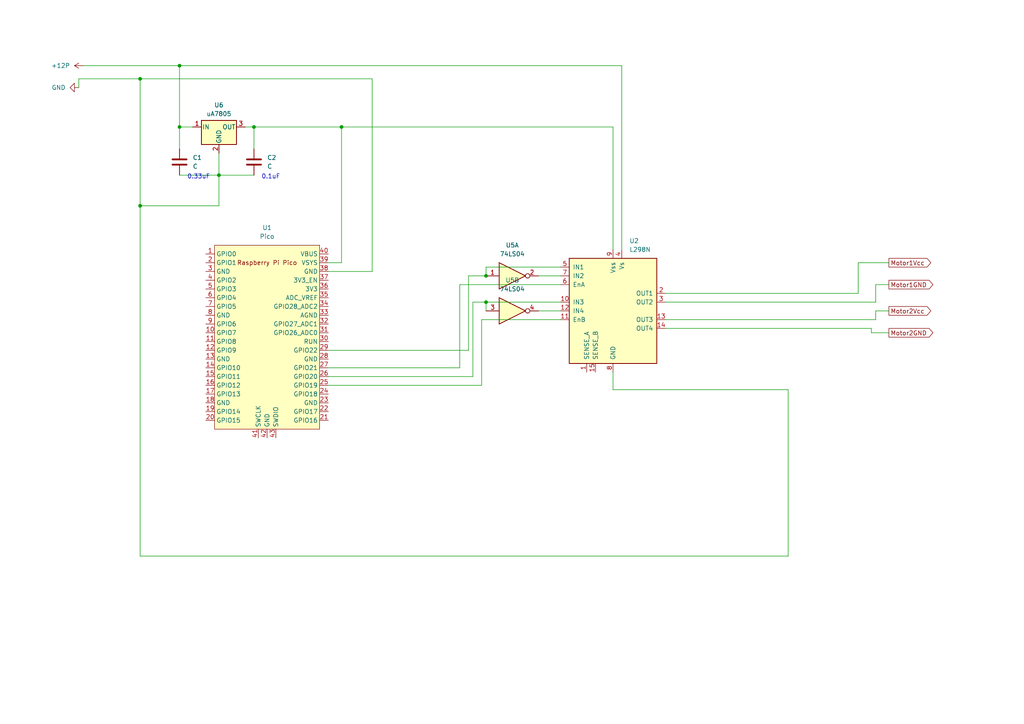
<source format=kicad_sch>
(kicad_sch (version 20230121) (generator eeschema)

  (uuid c76c3ace-f415-4370-938e-d116ac5aee2c)

  (paper "A4")

  (lib_symbols
    (symbol "74xx:74LS04" (in_bom yes) (on_board yes)
      (property "Reference" "U" (at 0 1.27 0)
        (effects (font (size 1.27 1.27)))
      )
      (property "Value" "74LS04" (at 0 -1.27 0)
        (effects (font (size 1.27 1.27)))
      )
      (property "Footprint" "" (at 0 0 0)
        (effects (font (size 1.27 1.27)) hide)
      )
      (property "Datasheet" "http://www.ti.com/lit/gpn/sn74LS04" (at 0 0 0)
        (effects (font (size 1.27 1.27)) hide)
      )
      (property "ki_locked" "" (at 0 0 0)
        (effects (font (size 1.27 1.27)))
      )
      (property "ki_keywords" "TTL not inv" (at 0 0 0)
        (effects (font (size 1.27 1.27)) hide)
      )
      (property "ki_description" "Hex Inverter" (at 0 0 0)
        (effects (font (size 1.27 1.27)) hide)
      )
      (property "ki_fp_filters" "DIP*W7.62mm* SSOP?14* TSSOP?14*" (at 0 0 0)
        (effects (font (size 1.27 1.27)) hide)
      )
      (symbol "74LS04_1_0"
        (polyline
          (pts
            (xy -3.81 3.81)
            (xy -3.81 -3.81)
            (xy 3.81 0)
            (xy -3.81 3.81)
          )
          (stroke (width 0.254) (type default))
          (fill (type background))
        )
        (pin input line (at -7.62 0 0) (length 3.81)
          (name "~" (effects (font (size 1.27 1.27))))
          (number "1" (effects (font (size 1.27 1.27))))
        )
        (pin output inverted (at 7.62 0 180) (length 3.81)
          (name "~" (effects (font (size 1.27 1.27))))
          (number "2" (effects (font (size 1.27 1.27))))
        )
      )
      (symbol "74LS04_2_0"
        (polyline
          (pts
            (xy -3.81 3.81)
            (xy -3.81 -3.81)
            (xy 3.81 0)
            (xy -3.81 3.81)
          )
          (stroke (width 0.254) (type default))
          (fill (type background))
        )
        (pin input line (at -7.62 0 0) (length 3.81)
          (name "~" (effects (font (size 1.27 1.27))))
          (number "3" (effects (font (size 1.27 1.27))))
        )
        (pin output inverted (at 7.62 0 180) (length 3.81)
          (name "~" (effects (font (size 1.27 1.27))))
          (number "4" (effects (font (size 1.27 1.27))))
        )
      )
      (symbol "74LS04_3_0"
        (polyline
          (pts
            (xy -3.81 3.81)
            (xy -3.81 -3.81)
            (xy 3.81 0)
            (xy -3.81 3.81)
          )
          (stroke (width 0.254) (type default))
          (fill (type background))
        )
        (pin input line (at -7.62 0 0) (length 3.81)
          (name "~" (effects (font (size 1.27 1.27))))
          (number "5" (effects (font (size 1.27 1.27))))
        )
        (pin output inverted (at 7.62 0 180) (length 3.81)
          (name "~" (effects (font (size 1.27 1.27))))
          (number "6" (effects (font (size 1.27 1.27))))
        )
      )
      (symbol "74LS04_4_0"
        (polyline
          (pts
            (xy -3.81 3.81)
            (xy -3.81 -3.81)
            (xy 3.81 0)
            (xy -3.81 3.81)
          )
          (stroke (width 0.254) (type default))
          (fill (type background))
        )
        (pin output inverted (at 7.62 0 180) (length 3.81)
          (name "~" (effects (font (size 1.27 1.27))))
          (number "8" (effects (font (size 1.27 1.27))))
        )
        (pin input line (at -7.62 0 0) (length 3.81)
          (name "~" (effects (font (size 1.27 1.27))))
          (number "9" (effects (font (size 1.27 1.27))))
        )
      )
      (symbol "74LS04_5_0"
        (polyline
          (pts
            (xy -3.81 3.81)
            (xy -3.81 -3.81)
            (xy 3.81 0)
            (xy -3.81 3.81)
          )
          (stroke (width 0.254) (type default))
          (fill (type background))
        )
        (pin output inverted (at 7.62 0 180) (length 3.81)
          (name "~" (effects (font (size 1.27 1.27))))
          (number "10" (effects (font (size 1.27 1.27))))
        )
        (pin input line (at -7.62 0 0) (length 3.81)
          (name "~" (effects (font (size 1.27 1.27))))
          (number "11" (effects (font (size 1.27 1.27))))
        )
      )
      (symbol "74LS04_6_0"
        (polyline
          (pts
            (xy -3.81 3.81)
            (xy -3.81 -3.81)
            (xy 3.81 0)
            (xy -3.81 3.81)
          )
          (stroke (width 0.254) (type default))
          (fill (type background))
        )
        (pin output inverted (at 7.62 0 180) (length 3.81)
          (name "~" (effects (font (size 1.27 1.27))))
          (number "12" (effects (font (size 1.27 1.27))))
        )
        (pin input line (at -7.62 0 0) (length 3.81)
          (name "~" (effects (font (size 1.27 1.27))))
          (number "13" (effects (font (size 1.27 1.27))))
        )
      )
      (symbol "74LS04_7_0"
        (pin power_in line (at 0 12.7 270) (length 5.08)
          (name "VCC" (effects (font (size 1.27 1.27))))
          (number "14" (effects (font (size 1.27 1.27))))
        )
        (pin power_in line (at 0 -12.7 90) (length 5.08)
          (name "GND" (effects (font (size 1.27 1.27))))
          (number "7" (effects (font (size 1.27 1.27))))
        )
      )
      (symbol "74LS04_7_1"
        (rectangle (start -5.08 7.62) (end 5.08 -7.62)
          (stroke (width 0.254) (type default))
          (fill (type background))
        )
      )
    )
    (symbol "Device:C" (pin_numbers hide) (pin_names (offset 0.254)) (in_bom yes) (on_board yes)
      (property "Reference" "C" (at 0.635 2.54 0)
        (effects (font (size 1.27 1.27)) (justify left))
      )
      (property "Value" "C" (at 0.635 -2.54 0)
        (effects (font (size 1.27 1.27)) (justify left))
      )
      (property "Footprint" "" (at 0.9652 -3.81 0)
        (effects (font (size 1.27 1.27)) hide)
      )
      (property "Datasheet" "~" (at 0 0 0)
        (effects (font (size 1.27 1.27)) hide)
      )
      (property "ki_keywords" "cap capacitor" (at 0 0 0)
        (effects (font (size 1.27 1.27)) hide)
      )
      (property "ki_description" "Unpolarized capacitor" (at 0 0 0)
        (effects (font (size 1.27 1.27)) hide)
      )
      (property "ki_fp_filters" "C_*" (at 0 0 0)
        (effects (font (size 1.27 1.27)) hide)
      )
      (symbol "C_0_1"
        (polyline
          (pts
            (xy -2.032 -0.762)
            (xy 2.032 -0.762)
          )
          (stroke (width 0.508) (type default))
          (fill (type none))
        )
        (polyline
          (pts
            (xy -2.032 0.762)
            (xy 2.032 0.762)
          )
          (stroke (width 0.508) (type default))
          (fill (type none))
        )
      )
      (symbol "C_1_1"
        (pin passive line (at 0 3.81 270) (length 2.794)
          (name "~" (effects (font (size 1.27 1.27))))
          (number "1" (effects (font (size 1.27 1.27))))
        )
        (pin passive line (at 0 -3.81 90) (length 2.794)
          (name "~" (effects (font (size 1.27 1.27))))
          (number "2" (effects (font (size 1.27 1.27))))
        )
      )
    )
    (symbol "Driver_Motor:L298N" (pin_names (offset 1.016)) (in_bom yes) (on_board yes)
      (property "Reference" "U" (at -10.16 16.51 0)
        (effects (font (size 1.27 1.27)) (justify right))
      )
      (property "Value" "L298N" (at 12.7 16.51 0)
        (effects (font (size 1.27 1.27)) (justify right))
      )
      (property "Footprint" "Package_TO_SOT_THT:TO-220-15_P2.54x2.54mm_StaggerOdd_Lead4.58mm_Vertical" (at 1.27 -16.51 0)
        (effects (font (size 1.27 1.27)) (justify left) hide)
      )
      (property "Datasheet" "http://www.st.com/st-web-ui/static/active/en/resource/technical/document/datasheet/CD00000240.pdf" (at 3.81 6.35 0)
        (effects (font (size 1.27 1.27)) hide)
      )
      (property "ki_keywords" "H-bridge motor driver" (at 0 0 0)
        (effects (font (size 1.27 1.27)) hide)
      )
      (property "ki_description" "Dual full bridge motor driver, up to 46V, 4A, Multiwatt15-V" (at 0 0 0)
        (effects (font (size 1.27 1.27)) hide)
      )
      (property "ki_fp_filters" "TO?220*StaggerOdd*Vertical*" (at 0 0 0)
        (effects (font (size 1.27 1.27)) hide)
      )
      (symbol "L298N_0_1"
        (rectangle (start -12.7 15.24) (end 12.7 -15.24)
          (stroke (width 0.254) (type default))
          (fill (type background))
        )
      )
      (symbol "L298N_1_1"
        (pin power_in line (at -7.62 -17.78 90) (length 2.54)
          (name "SENSE_A" (effects (font (size 1.27 1.27))))
          (number "1" (effects (font (size 1.27 1.27))))
        )
        (pin input line (at -15.24 2.54 0) (length 2.54)
          (name "IN3" (effects (font (size 1.27 1.27))))
          (number "10" (effects (font (size 1.27 1.27))))
        )
        (pin input line (at -15.24 -2.54 0) (length 2.54)
          (name "EnB" (effects (font (size 1.27 1.27))))
          (number "11" (effects (font (size 1.27 1.27))))
        )
        (pin input line (at -15.24 0 0) (length 2.54)
          (name "IN4" (effects (font (size 1.27 1.27))))
          (number "12" (effects (font (size 1.27 1.27))))
        )
        (pin output line (at 15.24 -2.54 180) (length 2.54)
          (name "OUT3" (effects (font (size 1.27 1.27))))
          (number "13" (effects (font (size 1.27 1.27))))
        )
        (pin output line (at 15.24 -5.08 180) (length 2.54)
          (name "OUT4" (effects (font (size 1.27 1.27))))
          (number "14" (effects (font (size 1.27 1.27))))
        )
        (pin power_in line (at -5.08 -17.78 90) (length 2.54)
          (name "SENSE_B" (effects (font (size 1.27 1.27))))
          (number "15" (effects (font (size 1.27 1.27))))
        )
        (pin output line (at 15.24 5.08 180) (length 2.54)
          (name "OUT1" (effects (font (size 1.27 1.27))))
          (number "2" (effects (font (size 1.27 1.27))))
        )
        (pin output line (at 15.24 2.54 180) (length 2.54)
          (name "OUT2" (effects (font (size 1.27 1.27))))
          (number "3" (effects (font (size 1.27 1.27))))
        )
        (pin power_in line (at 2.54 17.78 270) (length 2.54)
          (name "Vs" (effects (font (size 1.27 1.27))))
          (number "4" (effects (font (size 1.27 1.27))))
        )
        (pin input line (at -15.24 12.7 0) (length 2.54)
          (name "IN1" (effects (font (size 1.27 1.27))))
          (number "5" (effects (font (size 1.27 1.27))))
        )
        (pin input line (at -15.24 7.62 0) (length 2.54)
          (name "EnA" (effects (font (size 1.27 1.27))))
          (number "6" (effects (font (size 1.27 1.27))))
        )
        (pin input line (at -15.24 10.16 0) (length 2.54)
          (name "IN2" (effects (font (size 1.27 1.27))))
          (number "7" (effects (font (size 1.27 1.27))))
        )
        (pin power_in line (at 0 -17.78 90) (length 2.54)
          (name "GND" (effects (font (size 1.27 1.27))))
          (number "8" (effects (font (size 1.27 1.27))))
        )
        (pin power_in line (at 0 17.78 270) (length 2.54)
          (name "Vss" (effects (font (size 1.27 1.27))))
          (number "9" (effects (font (size 1.27 1.27))))
        )
      )
    )
    (symbol "MCU_RaspberryPi_and_Boards:Pico" (in_bom yes) (on_board yes)
      (property "Reference" "U" (at -13.97 27.94 0)
        (effects (font (size 1.27 1.27)))
      )
      (property "Value" "Pico" (at 0 19.05 0)
        (effects (font (size 1.27 1.27)))
      )
      (property "Footprint" "RPi_Pico:RPi_Pico_SMD_TH" (at 0 0 90)
        (effects (font (size 1.27 1.27)) hide)
      )
      (property "Datasheet" "" (at 0 0 0)
        (effects (font (size 1.27 1.27)) hide)
      )
      (symbol "Pico_0_0"
        (text "Raspberry Pi Pico" (at 0 21.59 0)
          (effects (font (size 1.27 1.27)))
        )
      )
      (symbol "Pico_0_1"
        (rectangle (start -15.24 26.67) (end 15.24 -26.67)
          (stroke (width 0) (type default))
          (fill (type background))
        )
      )
      (symbol "Pico_1_1"
        (pin bidirectional line (at -17.78 24.13 0) (length 2.54)
          (name "GPIO0" (effects (font (size 1.27 1.27))))
          (number "1" (effects (font (size 1.27 1.27))))
        )
        (pin bidirectional line (at -17.78 1.27 0) (length 2.54)
          (name "GPIO7" (effects (font (size 1.27 1.27))))
          (number "10" (effects (font (size 1.27 1.27))))
        )
        (pin bidirectional line (at -17.78 -1.27 0) (length 2.54)
          (name "GPIO8" (effects (font (size 1.27 1.27))))
          (number "11" (effects (font (size 1.27 1.27))))
        )
        (pin bidirectional line (at -17.78 -3.81 0) (length 2.54)
          (name "GPIO9" (effects (font (size 1.27 1.27))))
          (number "12" (effects (font (size 1.27 1.27))))
        )
        (pin power_in line (at -17.78 -6.35 0) (length 2.54)
          (name "GND" (effects (font (size 1.27 1.27))))
          (number "13" (effects (font (size 1.27 1.27))))
        )
        (pin bidirectional line (at -17.78 -8.89 0) (length 2.54)
          (name "GPIO10" (effects (font (size 1.27 1.27))))
          (number "14" (effects (font (size 1.27 1.27))))
        )
        (pin bidirectional line (at -17.78 -11.43 0) (length 2.54)
          (name "GPIO11" (effects (font (size 1.27 1.27))))
          (number "15" (effects (font (size 1.27 1.27))))
        )
        (pin bidirectional line (at -17.78 -13.97 0) (length 2.54)
          (name "GPIO12" (effects (font (size 1.27 1.27))))
          (number "16" (effects (font (size 1.27 1.27))))
        )
        (pin bidirectional line (at -17.78 -16.51 0) (length 2.54)
          (name "GPIO13" (effects (font (size 1.27 1.27))))
          (number "17" (effects (font (size 1.27 1.27))))
        )
        (pin power_in line (at -17.78 -19.05 0) (length 2.54)
          (name "GND" (effects (font (size 1.27 1.27))))
          (number "18" (effects (font (size 1.27 1.27))))
        )
        (pin bidirectional line (at -17.78 -21.59 0) (length 2.54)
          (name "GPIO14" (effects (font (size 1.27 1.27))))
          (number "19" (effects (font (size 1.27 1.27))))
        )
        (pin bidirectional line (at -17.78 21.59 0) (length 2.54)
          (name "GPIO1" (effects (font (size 1.27 1.27))))
          (number "2" (effects (font (size 1.27 1.27))))
        )
        (pin bidirectional line (at -17.78 -24.13 0) (length 2.54)
          (name "GPIO15" (effects (font (size 1.27 1.27))))
          (number "20" (effects (font (size 1.27 1.27))))
        )
        (pin bidirectional line (at 17.78 -24.13 180) (length 2.54)
          (name "GPIO16" (effects (font (size 1.27 1.27))))
          (number "21" (effects (font (size 1.27 1.27))))
        )
        (pin bidirectional line (at 17.78 -21.59 180) (length 2.54)
          (name "GPIO17" (effects (font (size 1.27 1.27))))
          (number "22" (effects (font (size 1.27 1.27))))
        )
        (pin power_in line (at 17.78 -19.05 180) (length 2.54)
          (name "GND" (effects (font (size 1.27 1.27))))
          (number "23" (effects (font (size 1.27 1.27))))
        )
        (pin bidirectional line (at 17.78 -16.51 180) (length 2.54)
          (name "GPIO18" (effects (font (size 1.27 1.27))))
          (number "24" (effects (font (size 1.27 1.27))))
        )
        (pin bidirectional line (at 17.78 -13.97 180) (length 2.54)
          (name "GPIO19" (effects (font (size 1.27 1.27))))
          (number "25" (effects (font (size 1.27 1.27))))
        )
        (pin bidirectional line (at 17.78 -11.43 180) (length 2.54)
          (name "GPIO20" (effects (font (size 1.27 1.27))))
          (number "26" (effects (font (size 1.27 1.27))))
        )
        (pin bidirectional line (at 17.78 -8.89 180) (length 2.54)
          (name "GPIO21" (effects (font (size 1.27 1.27))))
          (number "27" (effects (font (size 1.27 1.27))))
        )
        (pin power_in line (at 17.78 -6.35 180) (length 2.54)
          (name "GND" (effects (font (size 1.27 1.27))))
          (number "28" (effects (font (size 1.27 1.27))))
        )
        (pin bidirectional line (at 17.78 -3.81 180) (length 2.54)
          (name "GPIO22" (effects (font (size 1.27 1.27))))
          (number "29" (effects (font (size 1.27 1.27))))
        )
        (pin power_in line (at -17.78 19.05 0) (length 2.54)
          (name "GND" (effects (font (size 1.27 1.27))))
          (number "3" (effects (font (size 1.27 1.27))))
        )
        (pin input line (at 17.78 -1.27 180) (length 2.54)
          (name "RUN" (effects (font (size 1.27 1.27))))
          (number "30" (effects (font (size 1.27 1.27))))
        )
        (pin bidirectional line (at 17.78 1.27 180) (length 2.54)
          (name "GPIO26_ADC0" (effects (font (size 1.27 1.27))))
          (number "31" (effects (font (size 1.27 1.27))))
        )
        (pin bidirectional line (at 17.78 3.81 180) (length 2.54)
          (name "GPIO27_ADC1" (effects (font (size 1.27 1.27))))
          (number "32" (effects (font (size 1.27 1.27))))
        )
        (pin power_in line (at 17.78 6.35 180) (length 2.54)
          (name "AGND" (effects (font (size 1.27 1.27))))
          (number "33" (effects (font (size 1.27 1.27))))
        )
        (pin bidirectional line (at 17.78 8.89 180) (length 2.54)
          (name "GPIO28_ADC2" (effects (font (size 1.27 1.27))))
          (number "34" (effects (font (size 1.27 1.27))))
        )
        (pin power_in line (at 17.78 11.43 180) (length 2.54)
          (name "ADC_VREF" (effects (font (size 1.27 1.27))))
          (number "35" (effects (font (size 1.27 1.27))))
        )
        (pin power_in line (at 17.78 13.97 180) (length 2.54)
          (name "3V3" (effects (font (size 1.27 1.27))))
          (number "36" (effects (font (size 1.27 1.27))))
        )
        (pin input line (at 17.78 16.51 180) (length 2.54)
          (name "3V3_EN" (effects (font (size 1.27 1.27))))
          (number "37" (effects (font (size 1.27 1.27))))
        )
        (pin bidirectional line (at 17.78 19.05 180) (length 2.54)
          (name "GND" (effects (font (size 1.27 1.27))))
          (number "38" (effects (font (size 1.27 1.27))))
        )
        (pin power_in line (at 17.78 21.59 180) (length 2.54)
          (name "VSYS" (effects (font (size 1.27 1.27))))
          (number "39" (effects (font (size 1.27 1.27))))
        )
        (pin bidirectional line (at -17.78 16.51 0) (length 2.54)
          (name "GPIO2" (effects (font (size 1.27 1.27))))
          (number "4" (effects (font (size 1.27 1.27))))
        )
        (pin power_in line (at 17.78 24.13 180) (length 2.54)
          (name "VBUS" (effects (font (size 1.27 1.27))))
          (number "40" (effects (font (size 1.27 1.27))))
        )
        (pin input line (at -2.54 -29.21 90) (length 2.54)
          (name "SWCLK" (effects (font (size 1.27 1.27))))
          (number "41" (effects (font (size 1.27 1.27))))
        )
        (pin power_in line (at 0 -29.21 90) (length 2.54)
          (name "GND" (effects (font (size 1.27 1.27))))
          (number "42" (effects (font (size 1.27 1.27))))
        )
        (pin bidirectional line (at 2.54 -29.21 90) (length 2.54)
          (name "SWDIO" (effects (font (size 1.27 1.27))))
          (number "43" (effects (font (size 1.27 1.27))))
        )
        (pin bidirectional line (at -17.78 13.97 0) (length 2.54)
          (name "GPIO3" (effects (font (size 1.27 1.27))))
          (number "5" (effects (font (size 1.27 1.27))))
        )
        (pin bidirectional line (at -17.78 11.43 0) (length 2.54)
          (name "GPIO4" (effects (font (size 1.27 1.27))))
          (number "6" (effects (font (size 1.27 1.27))))
        )
        (pin bidirectional line (at -17.78 8.89 0) (length 2.54)
          (name "GPIO5" (effects (font (size 1.27 1.27))))
          (number "7" (effects (font (size 1.27 1.27))))
        )
        (pin power_in line (at -17.78 6.35 0) (length 2.54)
          (name "GND" (effects (font (size 1.27 1.27))))
          (number "8" (effects (font (size 1.27 1.27))))
        )
        (pin bidirectional line (at -17.78 3.81 0) (length 2.54)
          (name "GPIO6" (effects (font (size 1.27 1.27))))
          (number "9" (effects (font (size 1.27 1.27))))
        )
      )
    )
    (symbol "Regulator_Linear:uA7805" (pin_names (offset 0.254)) (in_bom yes) (on_board yes)
      (property "Reference" "U" (at -3.81 3.175 0)
        (effects (font (size 1.27 1.27)))
      )
      (property "Value" "uA7805" (at 0 3.175 0)
        (effects (font (size 1.27 1.27)) (justify left))
      )
      (property "Footprint" "" (at 0.635 -3.81 0)
        (effects (font (size 1.27 1.27) italic) (justify left) hide)
      )
      (property "Datasheet" "http://www.ti.com/lit/ds/symlink/ua78.pdf" (at 0 -1.27 0)
        (effects (font (size 1.27 1.27)) hide)
      )
      (property "ki_keywords" "Voltage Regulator 1A Positive" (at 0 0 0)
        (effects (font (size 1.27 1.27)) hide)
      )
      (property "ki_description" "Positive 1A 35V Linear Regulator, Fixed Output 5V, TO-220/TO-263" (at 0 0 0)
        (effects (font (size 1.27 1.27)) hide)
      )
      (property "ki_fp_filters" "TO?263* TO?220*" (at 0 0 0)
        (effects (font (size 1.27 1.27)) hide)
      )
      (symbol "uA7805_0_1"
        (rectangle (start -5.08 1.905) (end 5.08 -5.08)
          (stroke (width 0.254) (type default))
          (fill (type background))
        )
      )
      (symbol "uA7805_1_1"
        (pin power_in line (at -7.62 0 0) (length 2.54)
          (name "IN" (effects (font (size 1.27 1.27))))
          (number "1" (effects (font (size 1.27 1.27))))
        )
        (pin power_in line (at 0 -7.62 90) (length 2.54)
          (name "GND" (effects (font (size 1.27 1.27))))
          (number "2" (effects (font (size 1.27 1.27))))
        )
        (pin power_out line (at 7.62 0 180) (length 2.54)
          (name "OUT" (effects (font (size 1.27 1.27))))
          (number "3" (effects (font (size 1.27 1.27))))
        )
      )
    )
    (symbol "power:+12P" (power) (pin_names (offset 0)) (in_bom yes) (on_board yes)
      (property "Reference" "#PWR" (at 0 -3.81 0)
        (effects (font (size 1.27 1.27)) hide)
      )
      (property "Value" "+12P" (at 0 3.556 0)
        (effects (font (size 1.27 1.27)))
      )
      (property "Footprint" "" (at 0 0 0)
        (effects (font (size 1.27 1.27)) hide)
      )
      (property "Datasheet" "" (at 0 0 0)
        (effects (font (size 1.27 1.27)) hide)
      )
      (property "ki_keywords" "global power" (at 0 0 0)
        (effects (font (size 1.27 1.27)) hide)
      )
      (property "ki_description" "Power symbol creates a global label with name \"+12P\"" (at 0 0 0)
        (effects (font (size 1.27 1.27)) hide)
      )
      (symbol "+12P_0_1"
        (polyline
          (pts
            (xy -0.762 1.27)
            (xy 0 2.54)
          )
          (stroke (width 0) (type default))
          (fill (type none))
        )
        (polyline
          (pts
            (xy 0 0)
            (xy 0 2.54)
          )
          (stroke (width 0) (type default))
          (fill (type none))
        )
        (polyline
          (pts
            (xy 0 2.54)
            (xy 0.762 1.27)
          )
          (stroke (width 0) (type default))
          (fill (type none))
        )
      )
      (symbol "+12P_1_1"
        (pin power_in line (at 0 0 90) (length 0) hide
          (name "+12P" (effects (font (size 1.27 1.27))))
          (number "1" (effects (font (size 1.27 1.27))))
        )
      )
    )
    (symbol "power:GND" (power) (pin_names (offset 0)) (in_bom yes) (on_board yes)
      (property "Reference" "#PWR" (at 0 -6.35 0)
        (effects (font (size 1.27 1.27)) hide)
      )
      (property "Value" "GND" (at 0 -3.81 0)
        (effects (font (size 1.27 1.27)))
      )
      (property "Footprint" "" (at 0 0 0)
        (effects (font (size 1.27 1.27)) hide)
      )
      (property "Datasheet" "" (at 0 0 0)
        (effects (font (size 1.27 1.27)) hide)
      )
      (property "ki_keywords" "global power" (at 0 0 0)
        (effects (font (size 1.27 1.27)) hide)
      )
      (property "ki_description" "Power symbol creates a global label with name \"GND\" , ground" (at 0 0 0)
        (effects (font (size 1.27 1.27)) hide)
      )
      (symbol "GND_0_1"
        (polyline
          (pts
            (xy 0 0)
            (xy 0 -1.27)
            (xy 1.27 -1.27)
            (xy 0 -2.54)
            (xy -1.27 -1.27)
            (xy 0 -1.27)
          )
          (stroke (width 0) (type default))
          (fill (type none))
        )
      )
      (symbol "GND_1_1"
        (pin power_in line (at 0 0 270) (length 0) hide
          (name "GND" (effects (font (size 1.27 1.27))))
          (number "1" (effects (font (size 1.27 1.27))))
        )
      )
    )
  )

  (junction (at 99.06 36.83) (diameter 0) (color 0 0 0 0)
    (uuid 1923c9ef-5f96-4955-bdf9-2884d74f6762)
  )
  (junction (at 40.64 22.86) (diameter 0) (color 0 0 0 0)
    (uuid 27dec682-2f57-4390-8f25-196a7c8c728d)
  )
  (junction (at 63.5 50.8) (diameter 0) (color 0 0 0 0)
    (uuid 416e3270-9707-4807-8ab3-6d8c3b3ba1f3)
  )
  (junction (at 140.97 80.01) (diameter 0) (color 0 0 0 0)
    (uuid 54b77bdd-188b-4111-8cab-ac0281bb5850)
  )
  (junction (at 52.07 36.83) (diameter 0) (color 0 0 0 0)
    (uuid 75ddb2e0-37c8-4d24-9d05-b0717b260d46)
  )
  (junction (at 40.64 59.69) (diameter 0) (color 0 0 0 0)
    (uuid 79cc8c72-9d7c-4475-be47-e4a0ba6b2cc8)
  )
  (junction (at 73.66 36.83) (diameter 0) (color 0 0 0 0)
    (uuid a8c9c382-5b44-4945-82ab-0fb1282aba95)
  )
  (junction (at 140.97 87.63) (diameter 0) (color 0 0 0 0)
    (uuid de9c32df-0d37-4e8a-a952-c5914f379eb6)
  )
  (junction (at 52.07 19.05) (diameter 0) (color 0 0 0 0)
    (uuid ffb2a4c5-125e-4261-b60d-3cdcd12d0b72)
  )

  (wire (pts (xy 135.89 80.01) (xy 135.89 101.6))
    (stroke (width 0) (type default))
    (uuid 10a94f13-f0bf-40f2-87c0-b2f5dfe83838)
  )
  (wire (pts (xy 107.95 22.86) (xy 40.64 22.86))
    (stroke (width 0) (type default))
    (uuid 13d141fb-8d64-43bd-b3fb-9282f00e2d58)
  )
  (wire (pts (xy 140.97 77.47) (xy 140.97 80.01))
    (stroke (width 0) (type default))
    (uuid 19a03e2f-e175-43b2-97c7-fab0e4621f11)
  )
  (wire (pts (xy 193.04 85.09) (xy 248.92 85.09))
    (stroke (width 0) (type default))
    (uuid 1d2ff9c7-6708-4eff-9630-8110cbb1e0f2)
  )
  (wire (pts (xy 99.06 76.2) (xy 95.25 76.2))
    (stroke (width 0) (type default))
    (uuid 2367810f-d639-46f5-8a81-54d4f7873354)
  )
  (wire (pts (xy 99.06 36.83) (xy 177.8 36.83))
    (stroke (width 0) (type default))
    (uuid 35f159e8-713e-4833-8ff0-48491f3330b5)
  )
  (wire (pts (xy 254 87.63) (xy 254 82.55))
    (stroke (width 0) (type default))
    (uuid 3739418f-43b2-4056-a257-bd4b5a4b0120)
  )
  (wire (pts (xy 254 90.17) (xy 257.81 90.17))
    (stroke (width 0) (type default))
    (uuid 3d9b4b45-7dde-49bf-bae7-63dc14379dd3)
  )
  (wire (pts (xy 248.92 76.2) (xy 257.81 76.2))
    (stroke (width 0) (type default))
    (uuid 432c8c27-4f82-4f79-ac1a-98b339695cba)
  )
  (wire (pts (xy 63.5 44.45) (xy 63.5 50.8))
    (stroke (width 0) (type default))
    (uuid 45776f47-f3b1-4fc3-89bb-6cb6e31944e6)
  )
  (wire (pts (xy 71.12 36.83) (xy 73.66 36.83))
    (stroke (width 0) (type default))
    (uuid 48be0d3b-30b8-468c-ae4f-cd1f699aaeca)
  )
  (wire (pts (xy 193.04 92.71) (xy 254 92.71))
    (stroke (width 0) (type default))
    (uuid 4a73769e-c9c4-4a19-8a36-eb37edf389cc)
  )
  (wire (pts (xy 140.97 80.01) (xy 135.89 80.01))
    (stroke (width 0) (type default))
    (uuid 4dc963a8-1428-4edf-8fcb-7f20ef2e2d86)
  )
  (wire (pts (xy 40.64 22.86) (xy 40.64 59.69))
    (stroke (width 0) (type default))
    (uuid 50108f4f-cefd-4379-b46c-99d2934f321b)
  )
  (wire (pts (xy 140.97 87.63) (xy 137.16 87.63))
    (stroke (width 0) (type default))
    (uuid 53873798-fae8-4de6-9b07-544851aba17b)
  )
  (wire (pts (xy 73.66 50.8) (xy 63.5 50.8))
    (stroke (width 0) (type default))
    (uuid 5c67b160-dccc-4177-938d-2481ca50f9a9)
  )
  (wire (pts (xy 252.73 95.25) (xy 252.73 96.52))
    (stroke (width 0) (type default))
    (uuid 5d6dea33-e502-40c1-ae45-0e6aab27c712)
  )
  (wire (pts (xy 95.25 106.68) (xy 133.35 106.68))
    (stroke (width 0) (type default))
    (uuid 60c045f5-c1c6-4d68-8d6e-c384c3f11ce4)
  )
  (wire (pts (xy 177.8 107.95) (xy 177.8 113.03))
    (stroke (width 0) (type default))
    (uuid 64fa1956-c2c4-4c87-8b47-0265997b896f)
  )
  (wire (pts (xy 40.64 161.29) (xy 228.6 161.29))
    (stroke (width 0) (type default))
    (uuid 669a5774-2c06-4dfa-82b9-b3af2540d4ac)
  )
  (wire (pts (xy 52.07 19.05) (xy 180.34 19.05))
    (stroke (width 0) (type default))
    (uuid 69362518-dad3-459c-a786-d693cb1a0084)
  )
  (wire (pts (xy 252.73 96.52) (xy 257.81 96.52))
    (stroke (width 0) (type default))
    (uuid 6edcbc96-133c-447c-9527-cdac5845c361)
  )
  (wire (pts (xy 228.6 113.03) (xy 228.6 161.29))
    (stroke (width 0) (type default))
    (uuid 7055b397-5279-472b-b9bc-f1d6460e1ae2)
  )
  (wire (pts (xy 139.7 92.71) (xy 139.7 111.76))
    (stroke (width 0) (type default))
    (uuid 784bcf9f-e1e1-4a27-9b10-d666b5dca628)
  )
  (wire (pts (xy 193.04 95.25) (xy 252.73 95.25))
    (stroke (width 0) (type default))
    (uuid 7eee7b97-2f4d-4640-a753-287cb74c78e4)
  )
  (wire (pts (xy 95.25 109.22) (xy 137.16 109.22))
    (stroke (width 0) (type default))
    (uuid 813368ea-20b2-489a-9437-d6fb022aabbb)
  )
  (wire (pts (xy 162.56 87.63) (xy 140.97 87.63))
    (stroke (width 0) (type default))
    (uuid 81eeb568-14b7-4416-8882-321d948ffaae)
  )
  (wire (pts (xy 254 92.71) (xy 254 90.17))
    (stroke (width 0) (type default))
    (uuid 832b58fe-546c-4108-89d2-57a5c7be7704)
  )
  (wire (pts (xy 107.95 78.74) (xy 95.25 78.74))
    (stroke (width 0) (type default))
    (uuid 855ee96a-22fe-4ddd-9d0e-b18e34015f73)
  )
  (wire (pts (xy 177.8 36.83) (xy 177.8 72.39))
    (stroke (width 0) (type default))
    (uuid 89dbe29d-350f-41e3-bacc-0427a87d5280)
  )
  (wire (pts (xy 40.64 22.86) (xy 22.86 22.86))
    (stroke (width 0) (type default))
    (uuid 8ea3475d-fdd1-4d00-bed6-3f26589be632)
  )
  (wire (pts (xy 177.8 113.03) (xy 228.6 113.03))
    (stroke (width 0) (type default))
    (uuid 907e9a06-f1c3-48c7-85e2-c33c25f8f56d)
  )
  (wire (pts (xy 99.06 36.83) (xy 99.06 76.2))
    (stroke (width 0) (type default))
    (uuid 9e7677c7-39eb-4bda-afcf-12b270511679)
  )
  (wire (pts (xy 52.07 36.83) (xy 55.88 36.83))
    (stroke (width 0) (type default))
    (uuid a123cd8e-c2f5-4683-b3fa-9db5e9c609bd)
  )
  (wire (pts (xy 254 82.55) (xy 257.81 82.55))
    (stroke (width 0) (type default))
    (uuid b25f3ac2-623e-49fd-ac0c-0238dda8a850)
  )
  (wire (pts (xy 133.35 82.55) (xy 133.35 106.68))
    (stroke (width 0) (type default))
    (uuid b9632895-98fc-42a6-8832-1629599da781)
  )
  (wire (pts (xy 22.86 22.86) (xy 22.86 25.4))
    (stroke (width 0) (type default))
    (uuid bbe6b018-9295-4fc2-a297-2319e855d899)
  )
  (wire (pts (xy 156.21 80.01) (xy 162.56 80.01))
    (stroke (width 0) (type default))
    (uuid c4cf22d1-cfd8-45c9-825c-2037bb349f09)
  )
  (wire (pts (xy 193.04 87.63) (xy 254 87.63))
    (stroke (width 0) (type default))
    (uuid c83534b1-6538-4301-a43f-3a1af2df5135)
  )
  (wire (pts (xy 162.56 82.55) (xy 133.35 82.55))
    (stroke (width 0) (type default))
    (uuid c87cce27-6892-4e3c-8a7c-297c1a89f5ba)
  )
  (wire (pts (xy 40.64 59.69) (xy 63.5 59.69))
    (stroke (width 0) (type default))
    (uuid cdd962d1-115f-4b64-9c95-ca84e68fcaf3)
  )
  (wire (pts (xy 162.56 92.71) (xy 139.7 92.71))
    (stroke (width 0) (type default))
    (uuid ce7838e1-5ca2-4d5d-b41a-3b169e3ba6fd)
  )
  (wire (pts (xy 63.5 50.8) (xy 63.5 59.69))
    (stroke (width 0) (type default))
    (uuid d48818b4-7000-4067-afd7-88802d8870b6)
  )
  (wire (pts (xy 52.07 19.05) (xy 52.07 36.83))
    (stroke (width 0) (type default))
    (uuid d59b64ab-db88-441b-b6c7-d0d91a502301)
  )
  (wire (pts (xy 140.97 87.63) (xy 140.97 90.17))
    (stroke (width 0) (type default))
    (uuid d5d41b71-7b51-430f-845c-264c23f357c3)
  )
  (wire (pts (xy 162.56 77.47) (xy 140.97 77.47))
    (stroke (width 0) (type default))
    (uuid d85fdc7e-8b9a-4e4e-adbd-ea1688df0340)
  )
  (wire (pts (xy 73.66 36.83) (xy 99.06 36.83))
    (stroke (width 0) (type default))
    (uuid d8a0d149-c33b-4499-bbf9-6d621ab5323b)
  )
  (wire (pts (xy 248.92 85.09) (xy 248.92 76.2))
    (stroke (width 0) (type default))
    (uuid da9502d3-f7d6-4f0a-8b59-639585ac76e7)
  )
  (wire (pts (xy 95.25 101.6) (xy 135.89 101.6))
    (stroke (width 0) (type default))
    (uuid dbaf9d35-d72b-4e92-8091-09770fe474ca)
  )
  (wire (pts (xy 73.66 36.83) (xy 73.66 43.18))
    (stroke (width 0) (type default))
    (uuid de9383e3-73cb-4f01-b653-a76af599d703)
  )
  (wire (pts (xy 24.13 19.05) (xy 52.07 19.05))
    (stroke (width 0) (type default))
    (uuid df3c4be4-aefa-492a-aaeb-a45e56b6232a)
  )
  (wire (pts (xy 107.95 22.86) (xy 107.95 78.74))
    (stroke (width 0) (type default))
    (uuid e61e759b-3e0d-4348-94a2-64103bb149ea)
  )
  (wire (pts (xy 156.21 90.17) (xy 162.56 90.17))
    (stroke (width 0) (type default))
    (uuid ec7da8e9-a8d2-4aa6-8687-48f42508db36)
  )
  (wire (pts (xy 52.07 43.18) (xy 52.07 36.83))
    (stroke (width 0) (type default))
    (uuid f08b2bea-0b55-45ba-8bce-a2ef5a9829ac)
  )
  (wire (pts (xy 95.25 111.76) (xy 139.7 111.76))
    (stroke (width 0) (type default))
    (uuid f0a0b122-d006-4858-9787-dbb63fb36b96)
  )
  (wire (pts (xy 40.64 59.69) (xy 40.64 161.29))
    (stroke (width 0) (type default))
    (uuid f0e11894-9123-4061-9ffb-c96973e36a90)
  )
  (wire (pts (xy 137.16 87.63) (xy 137.16 109.22))
    (stroke (width 0) (type default))
    (uuid f9295870-2385-4606-af43-68346977c846)
  )
  (wire (pts (xy 52.07 50.8) (xy 63.5 50.8))
    (stroke (width 0) (type default))
    (uuid f96ca5ae-e227-468c-aea0-118752dfe685)
  )
  (wire (pts (xy 180.34 19.05) (xy 180.34 72.39))
    (stroke (width 0) (type default))
    (uuid fac9387f-45c8-42b1-a762-90c8549cd316)
  )

  (text "0.1uF" (at 81.28 52.07 0)
    (effects (font (size 1.27 1.27)) (justify right bottom))
    (uuid 4ba6b3ab-5899-4848-868f-5a7e4b767ff7)
  )
  (text "0.33uF\n" (at 60.96 52.07 0)
    (effects (font (size 1.27 1.27)) (justify right bottom))
    (uuid 5301fbb8-5bf4-4c1e-9229-d78703602395)
  )

  (global_label "Motor2Vcc" (shape output) (at 257.81 90.17 0) (fields_autoplaced)
    (effects (font (size 1.27 1.27)) (justify left))
    (uuid 14ae9c2d-8eff-4f0e-be85-e75822a633a1)
    (property "Intersheetrefs" "${INTERSHEET_REFS}" (at 270.5318 90.17 0)
      (effects (font (size 1.27 1.27)) (justify left) hide)
    )
  )
  (global_label "Motor2GND" (shape output) (at 257.81 96.52 0) (fields_autoplaced)
    (effects (font (size 1.27 1.27)) (justify left))
    (uuid 43435760-1234-4ec7-b0a0-74996ca755ba)
    (property "Intersheetrefs" "${INTERSHEET_REFS}" (at 271.1365 96.52 0)
      (effects (font (size 1.27 1.27)) (justify left) hide)
    )
  )
  (global_label "Motor1GND" (shape output) (at 257.81 82.55 0) (fields_autoplaced)
    (effects (font (size 1.27 1.27)) (justify left))
    (uuid d1d476d7-7ac5-4fa6-adc5-e8887429d535)
    (property "Intersheetrefs" "${INTERSHEET_REFS}" (at 271.1365 82.55 0)
      (effects (font (size 1.27 1.27)) (justify left) hide)
    )
  )
  (global_label "Motor1Vcc" (shape output) (at 257.81 76.2 0) (fields_autoplaced)
    (effects (font (size 1.27 1.27)) (justify left))
    (uuid f32a64af-3bb5-4aab-9c1f-57c766f27dee)
    (property "Intersheetrefs" "${INTERSHEET_REFS}" (at 270.5318 76.2 0)
      (effects (font (size 1.27 1.27)) (justify left) hide)
    )
  )

  (symbol (lib_id "Regulator_Linear:uA7805") (at 63.5 36.83 0) (unit 1)
    (in_bom yes) (on_board yes) (dnp no) (fields_autoplaced)
    (uuid 1787152b-e947-427b-b972-25879687f783)
    (property "Reference" "U6" (at 63.5 30.48 0)
      (effects (font (size 1.27 1.27)))
    )
    (property "Value" "uA7805" (at 63.5 33.02 0)
      (effects (font (size 1.27 1.27)))
    )
    (property "Footprint" "" (at 64.135 40.64 0)
      (effects (font (size 1.27 1.27) italic) (justify left) hide)
    )
    (property "Datasheet" "http://www.ti.com/lit/ds/symlink/ua78.pdf" (at 63.5 38.1 0)
      (effects (font (size 1.27 1.27)) hide)
    )
    (pin "1" (uuid 98e4c2b5-4331-4f32-8dc4-e9968d15245d))
    (pin "2" (uuid 0181b58f-f57e-41d5-99c4-d0c21b39c327))
    (pin "3" (uuid 97732f4c-7510-495d-a4fc-9621a0def325))
    (instances
      (project "board"
        (path "/c76c3ace-f415-4370-938e-d116ac5aee2c"
          (reference "U6") (unit 1)
        )
      )
    )
  )

  (symbol (lib_id "74xx:74LS04") (at 148.59 90.17 0) (unit 2)
    (in_bom yes) (on_board yes) (dnp no)
    (uuid 29938350-ff92-4c55-bdad-dbdd69af2849)
    (property "Reference" "U5" (at 148.59 81.28 0)
      (effects (font (size 1.27 1.27)))
    )
    (property "Value" "74LS04" (at 148.59 83.82 0)
      (effects (font (size 1.27 1.27)))
    )
    (property "Footprint" "" (at 148.59 90.17 0)
      (effects (font (size 1.27 1.27)) hide)
    )
    (property "Datasheet" "http://www.ti.com/lit/gpn/sn74LS04" (at 148.59 90.17 0)
      (effects (font (size 1.27 1.27)) hide)
    )
    (pin "1" (uuid ecf572dd-a676-4a0c-8808-59e395e2a4d1))
    (pin "2" (uuid 34916c7b-e7ab-4ea2-b0cf-588dd599aa61))
    (pin "3" (uuid b7dd4e48-8eb3-49f7-b169-016e9f30ae7b))
    (pin "4" (uuid 44d5431a-7f57-4c14-a11c-3481554d46e0))
    (pin "5" (uuid e5b6ecbd-e041-4078-890f-ddbd017cbdba))
    (pin "6" (uuid f3d95606-5471-4f6e-b44a-0e5e9fefd9d8))
    (pin "8" (uuid af308763-9d65-4ded-af78-985f82795022))
    (pin "9" (uuid 0f422844-d267-465a-9f87-a19a61f8d0d3))
    (pin "10" (uuid a09c3f02-48ef-46f1-b831-c150b8864c7c))
    (pin "11" (uuid ed467242-42b3-4b07-910b-7ba3f2ef5bd8))
    (pin "12" (uuid b5d590b5-1b5a-438a-9723-4bd854583475))
    (pin "13" (uuid 37f62488-2e05-43c3-b7d1-559f8b3741c1))
    (pin "14" (uuid 73bb87f0-6b7d-4ea1-8a3e-5c09bb4e6df9))
    (pin "7" (uuid 8cb0c42a-b648-42bb-bdb8-2b7974e8bcc4))
    (instances
      (project "board"
        (path "/c76c3ace-f415-4370-938e-d116ac5aee2c"
          (reference "U5") (unit 2)
        )
      )
    )
  )

  (symbol (lib_id "power:GND") (at 22.86 25.4 270) (unit 1)
    (in_bom yes) (on_board yes) (dnp no) (fields_autoplaced)
    (uuid 34ef9192-5ba9-4473-95fe-7314744b4128)
    (property "Reference" "#PWR02" (at 16.51 25.4 0)
      (effects (font (size 1.27 1.27)) hide)
    )
    (property "Value" "GND" (at 19.05 25.4 90)
      (effects (font (size 1.27 1.27)) (justify right))
    )
    (property "Footprint" "" (at 22.86 25.4 0)
      (effects (font (size 1.27 1.27)) hide)
    )
    (property "Datasheet" "" (at 22.86 25.4 0)
      (effects (font (size 1.27 1.27)) hide)
    )
    (pin "1" (uuid e40aa773-6224-49a0-a6dc-0bfe300a131e))
    (instances
      (project "board"
        (path "/c76c3ace-f415-4370-938e-d116ac5aee2c"
          (reference "#PWR02") (unit 1)
        )
      )
    )
  )

  (symbol (lib_id "Device:C") (at 52.07 46.99 0) (unit 1)
    (in_bom yes) (on_board yes) (dnp no) (fields_autoplaced)
    (uuid 562f6755-79b7-4ca4-aff4-9c9cbd62ec41)
    (property "Reference" "C1" (at 55.88 45.72 0)
      (effects (font (size 1.27 1.27)) (justify left))
    )
    (property "Value" "C" (at 55.88 48.26 0)
      (effects (font (size 1.27 1.27)) (justify left))
    )
    (property "Footprint" "" (at 53.0352 50.8 0)
      (effects (font (size 1.27 1.27)) hide)
    )
    (property "Datasheet" "~" (at 52.07 46.99 0)
      (effects (font (size 1.27 1.27)) hide)
    )
    (pin "1" (uuid 553f1d5b-d564-4b94-8f38-2dc6781b5bd5))
    (pin "2" (uuid c4faa364-9f32-4813-9384-5bbc7b3e8969))
    (instances
      (project "board"
        (path "/c76c3ace-f415-4370-938e-d116ac5aee2c"
          (reference "C1") (unit 1)
        )
      )
    )
  )

  (symbol (lib_id "Device:C") (at 73.66 46.99 0) (unit 1)
    (in_bom yes) (on_board yes) (dnp no) (fields_autoplaced)
    (uuid 56b6b486-365b-4676-8d73-674be94af345)
    (property "Reference" "C2" (at 77.47 45.72 0)
      (effects (font (size 1.27 1.27)) (justify left))
    )
    (property "Value" "C" (at 77.47 48.26 0)
      (effects (font (size 1.27 1.27)) (justify left))
    )
    (property "Footprint" "" (at 74.6252 50.8 0)
      (effects (font (size 1.27 1.27)) hide)
    )
    (property "Datasheet" "~" (at 73.66 46.99 0)
      (effects (font (size 1.27 1.27)) hide)
    )
    (pin "1" (uuid e0de99b9-d47f-4479-8409-c41d603ba85c))
    (pin "2" (uuid 441536f5-9608-48ae-af56-3ed6b6f4ecc7))
    (instances
      (project "board"
        (path "/c76c3ace-f415-4370-938e-d116ac5aee2c"
          (reference "C2") (unit 1)
        )
      )
    )
  )

  (symbol (lib_id "Driver_Motor:L298N") (at 177.8 90.17 0) (unit 1)
    (in_bom yes) (on_board yes) (dnp no) (fields_autoplaced)
    (uuid 6afa67e0-90f1-4aaa-a0a8-0b985035cc87)
    (property "Reference" "U2" (at 182.5341 69.85 0)
      (effects (font (size 1.27 1.27)) (justify left))
    )
    (property "Value" "L298N" (at 182.5341 72.39 0)
      (effects (font (size 1.27 1.27)) (justify left))
    )
    (property "Footprint" "Package_TO_SOT_THT:TO-220-15_P2.54x2.54mm_StaggerOdd_Lead4.58mm_Vertical" (at 179.07 106.68 0)
      (effects (font (size 1.27 1.27)) (justify left) hide)
    )
    (property "Datasheet" "http://www.st.com/st-web-ui/static/active/en/resource/technical/document/datasheet/CD00000240.pdf" (at 181.61 83.82 0)
      (effects (font (size 1.27 1.27)) hide)
    )
    (pin "1" (uuid d14bf05e-6cd2-4536-b7e5-e9769429d517))
    (pin "10" (uuid b70417dc-b624-4b19-b655-b85f0ce4ebc2))
    (pin "11" (uuid 87e8e2d0-b06d-4d38-8162-b96568c48c56))
    (pin "12" (uuid ea65cf5f-edff-4f1c-8ea5-6929f3c2c031))
    (pin "13" (uuid 08a3ef77-1132-4c4b-b7e2-4701d90080fd))
    (pin "14" (uuid 3ccece82-4ad6-45a5-8dc2-91f3dabda290))
    (pin "15" (uuid 2c25f57f-fd74-4c47-9f18-0cca04810e44))
    (pin "2" (uuid 5843e036-c707-4bd5-b317-82dbceffcda6))
    (pin "3" (uuid a37d8409-7e40-4f53-a13d-888ea413c186))
    (pin "4" (uuid 46cf4ce6-55c3-479e-87b5-a124595f46f5))
    (pin "5" (uuid ce85c310-9dfd-47df-a798-81032ade11fa))
    (pin "6" (uuid 72feefa6-1211-42ef-920b-1f0f46bed5ed))
    (pin "7" (uuid 44fb3d7a-ef92-41f3-80a1-5b5360bcdd25))
    (pin "8" (uuid b4401fad-cdc0-4702-9ce3-904bc540c17d))
    (pin "9" (uuid bcd0fe67-2d92-4f14-b424-d87ea2e4a459))
    (instances
      (project "board"
        (path "/c76c3ace-f415-4370-938e-d116ac5aee2c"
          (reference "U2") (unit 1)
        )
      )
    )
  )

  (symbol (lib_id "74xx:74LS04") (at 148.59 80.01 0) (unit 1)
    (in_bom yes) (on_board yes) (dnp no) (fields_autoplaced)
    (uuid dcb38b9d-69ee-4d57-9fb9-3ae84c45f5d0)
    (property "Reference" "U5" (at 148.59 71.12 0)
      (effects (font (size 1.27 1.27)))
    )
    (property "Value" "74LS04" (at 148.59 73.66 0)
      (effects (font (size 1.27 1.27)))
    )
    (property "Footprint" "" (at 148.59 80.01 0)
      (effects (font (size 1.27 1.27)) hide)
    )
    (property "Datasheet" "http://www.ti.com/lit/gpn/sn74LS04" (at 148.59 80.01 0)
      (effects (font (size 1.27 1.27)) hide)
    )
    (pin "1" (uuid 67a3c888-6e1d-4e94-8cf9-2fd012e2b37a))
    (pin "2" (uuid 387ba5b9-ab99-4a41-91a2-5e2fa834e9f7))
    (pin "3" (uuid bf964a24-b10f-437f-80b9-1b7eb97b49a5))
    (pin "4" (uuid 7c84de1e-46b8-41bb-be43-60b09ecf165c))
    (pin "5" (uuid 93722788-813b-436a-9ccc-01ec04ea5c36))
    (pin "6" (uuid 43a1544d-999d-4703-9b70-0d55278c06ff))
    (pin "8" (uuid 6a13a6a0-c709-4ed2-98c5-9a9be350443c))
    (pin "9" (uuid e1649a56-909f-40b5-8bee-b2bec606704d))
    (pin "10" (uuid aa6902da-5ebe-4008-a7fd-5db257dbe9a3))
    (pin "11" (uuid ee01ff13-9df1-404d-9fe5-5e2619757540))
    (pin "12" (uuid 20e4fe9d-7ed1-4978-bc0c-4d035de2a283))
    (pin "13" (uuid cbc908a8-b19e-44ac-98cf-6724d7d8bb30))
    (pin "14" (uuid fd195b20-d9fd-4d41-bd24-af4c5ae8430f))
    (pin "7" (uuid 8c3d07fc-dd0b-484f-8f3e-d132f0d72dcf))
    (instances
      (project "board"
        (path "/c76c3ace-f415-4370-938e-d116ac5aee2c"
          (reference "U5") (unit 1)
        )
      )
    )
  )

  (symbol (lib_id "MCU_RaspberryPi_and_Boards:Pico") (at 77.47 97.79 0) (unit 1)
    (in_bom yes) (on_board yes) (dnp no) (fields_autoplaced)
    (uuid fcee035e-2c4f-4d8b-8f4f-bb977c32d4a4)
    (property "Reference" "U1" (at 77.47 66.04 0)
      (effects (font (size 1.27 1.27)))
    )
    (property "Value" "Pico" (at 77.47 68.58 0)
      (effects (font (size 1.27 1.27)))
    )
    (property "Footprint" "RPi_Pico:RPi_Pico_SMD_TH" (at 77.47 97.79 90)
      (effects (font (size 1.27 1.27)) hide)
    )
    (property "Datasheet" "" (at 77.47 97.79 0)
      (effects (font (size 1.27 1.27)) hide)
    )
    (pin "1" (uuid bf3002ee-27a1-473e-b380-dbcba41182c0))
    (pin "10" (uuid b721a878-25ad-4796-924d-2f96f1fb5699))
    (pin "11" (uuid 1682f47a-0866-41cc-8aa7-563543f9f26d))
    (pin "12" (uuid b46ba5c6-c87b-4b4a-84ee-c525ec16050a))
    (pin "13" (uuid 43fc0f00-ce4a-4925-a6d9-8810659b3951))
    (pin "14" (uuid b9422f2f-add8-4fa2-b66d-6269cc9d3fd6))
    (pin "15" (uuid a0626471-8227-42e2-a206-5c1a83a9f803))
    (pin "16" (uuid 4e02b440-f35d-4c00-8147-1bca24255299))
    (pin "17" (uuid 0cf8015d-0d55-41a7-95c0-2698492454e5))
    (pin "18" (uuid 0e6c5529-e760-4181-8412-1c6353bfd9e0))
    (pin "19" (uuid 60d6b711-9b39-4132-bb87-891fb8e6b41b))
    (pin "2" (uuid 1747fbf0-59ed-41f0-857f-bf6b2a213aa7))
    (pin "20" (uuid 01dc7a0d-ea4f-412f-b75e-343c961a097c))
    (pin "21" (uuid ee52f9b0-382b-4685-9116-1118a36bf9cc))
    (pin "22" (uuid 3ddbd78a-11b6-4d26-bb32-e6ec6b91d0d3))
    (pin "23" (uuid 19efeeee-a125-417c-95cb-2d4b45c46269))
    (pin "24" (uuid eb4d8ef9-8f13-4ba4-8e09-ac7e583e6cf9))
    (pin "25" (uuid 58a5b46b-099e-4617-a003-910e1f20cef8))
    (pin "26" (uuid 358125a4-ccd7-46ce-8300-029b42200df5))
    (pin "27" (uuid 5043fa60-6220-4eac-8a98-90021d811a07))
    (pin "28" (uuid a35ef5e5-c706-41f2-b6fa-627b3630b6c0))
    (pin "29" (uuid 7b212a9c-52b6-4718-9895-4c0ed47d487d))
    (pin "3" (uuid 606db1c0-61a2-42ee-b1e2-2d5d805edf62))
    (pin "30" (uuid f90ac78b-befd-4fc4-804f-511bb6dfe66c))
    (pin "31" (uuid 94462f75-1020-4a6d-9b4c-1bd61f2b2918))
    (pin "32" (uuid 92e7e5ce-881f-4393-9d49-109732afdf55))
    (pin "33" (uuid 8f4c2708-c651-4278-989c-0a07c33462a7))
    (pin "34" (uuid c85de1c7-7324-41cb-b57c-a6475c57cd3d))
    (pin "35" (uuid 07875719-8bc8-4dbe-8bd0-7acf23d9f87f))
    (pin "36" (uuid f60a66bc-7855-4739-a6b1-e06eded3c470))
    (pin "37" (uuid c2bcf3ef-9c15-47e4-820b-dc41a8df8d4d))
    (pin "38" (uuid 747bef34-3b3c-478a-96b8-0e893e862bbd))
    (pin "39" (uuid 7833a187-3ef5-40ec-8bb3-edd2a3e3b889))
    (pin "4" (uuid 65ee960e-132b-45c7-b408-c0ec4bf5bc00))
    (pin "40" (uuid f6116a89-fe71-4d1f-b269-a31b70d1b009))
    (pin "41" (uuid e4381e0d-e416-49d0-8692-d9a4d70efe19))
    (pin "42" (uuid 6dd9e276-a616-4e85-8836-653e255a284a))
    (pin "43" (uuid 06dd077b-7f45-4b81-8af0-20a0e26aa306))
    (pin "5" (uuid 3f801ae5-7a71-4873-bec6-ef72bbcc6527))
    (pin "6" (uuid 61c11ef2-a92d-4ba1-a8ff-9df850f50782))
    (pin "7" (uuid c2c8bb09-e6eb-4ca4-b7ef-b198e34a6053))
    (pin "8" (uuid 88bca301-c025-40c4-8e16-6ab9b3cae994))
    (pin "9" (uuid 68484269-82e4-46df-96ff-475764e8e17c))
    (instances
      (project "board"
        (path "/c76c3ace-f415-4370-938e-d116ac5aee2c"
          (reference "U1") (unit 1)
        )
      )
    )
  )

  (symbol (lib_id "power:+12P") (at 24.13 19.05 90) (unit 1)
    (in_bom yes) (on_board yes) (dnp no) (fields_autoplaced)
    (uuid ffe0c19f-7a43-4698-a8b3-f765e28c3876)
    (property "Reference" "#PWR01" (at 27.94 19.05 0)
      (effects (font (size 1.27 1.27)) hide)
    )
    (property "Value" "+12P" (at 20.32 19.05 90)
      (effects (font (size 1.27 1.27)) (justify left))
    )
    (property "Footprint" "" (at 24.13 19.05 0)
      (effects (font (size 1.27 1.27)) hide)
    )
    (property "Datasheet" "" (at 24.13 19.05 0)
      (effects (font (size 1.27 1.27)) hide)
    )
    (pin "1" (uuid 6f74972c-f84a-4b95-92c6-261392d13871))
    (instances
      (project "board"
        (path "/c76c3ace-f415-4370-938e-d116ac5aee2c"
          (reference "#PWR01") (unit 1)
        )
      )
    )
  )

  (sheet_instances
    (path "/" (page "1"))
  )
)

</source>
